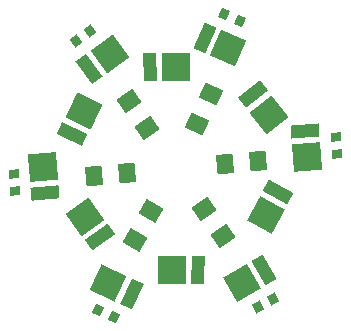
<source format=gtp>
G04*
G04 #@! TF.GenerationSoftware,Altium Limited,Altium Designer,23.5.1 (21)*
G04*
G04 Layer_Color=8421504*
%FSLAX44Y44*%
%MOMM*%
G71*
G04*
G04 #@! TF.SameCoordinates,F507A0DE-0196-4A71-86C9-71FBE13DDA2A*
G04*
G04*
G04 #@! TF.FilePolarity,Positive*
G04*
G01*
G75*
G04:AMPARAMS|DCode=15|XSize=0.75mm|YSize=0.85mm|CornerRadius=0mm|HoleSize=0mm|Usage=FLASHONLY|Rotation=208.504|XOffset=0mm|YOffset=0mm|HoleType=Round|Shape=Rectangle|*
%AMROTATEDRECTD15*
4,1,4,0.1267,0.5524,0.5324,-0.1945,-0.1267,-0.5524,-0.5324,0.1945,0.1267,0.5524,0.0*
%
%ADD15ROTATEDRECTD15*%

G04:AMPARAMS|DCode=16|XSize=2.33mm|YSize=2.38mm|CornerRadius=0mm|HoleSize=0mm|Usage=FLASHONLY|Rotation=210.000|XOffset=0mm|YOffset=0mm|HoleType=Round|Shape=Rectangle|*
%AMROTATEDRECTD16*
4,1,4,0.4139,1.6131,1.6039,-0.4481,-0.4139,-1.6131,-1.6039,0.4481,0.4139,1.6131,0.0*
%
%ADD16ROTATEDRECTD16*%

G04:AMPARAMS|DCode=17|XSize=1.1mm|YSize=2.38mm|CornerRadius=0mm|HoleSize=0mm|Usage=FLASHONLY|Rotation=210.000|XOffset=0mm|YOffset=0mm|HoleType=Round|Shape=Rectangle|*
%AMROTATEDRECTD17*
4,1,4,-0.1187,1.3056,1.0713,-0.7556,0.1187,-1.3056,-1.0713,0.7556,-0.1187,1.3056,0.0*
%
%ADD17ROTATEDRECTD17*%

G04:AMPARAMS|DCode=18|XSize=2.33mm|YSize=2.38mm|CornerRadius=0mm|HoleSize=0mm|Usage=FLASHONLY|Rotation=179.892|XOffset=0mm|YOffset=0mm|HoleType=Round|Shape=Rectangle|*
%AMROTATEDRECTD18*
4,1,4,1.1672,1.1878,1.1628,-1.1922,-1.1672,-1.1878,-1.1628,1.1922,1.1672,1.1878,0.0*
%
%ADD18ROTATEDRECTD18*%

G04:AMPARAMS|DCode=19|XSize=1.1mm|YSize=2.38mm|CornerRadius=0mm|HoleSize=0mm|Usage=FLASHONLY|Rotation=179.892|XOffset=0mm|YOffset=0mm|HoleType=Round|Shape=Rectangle|*
%AMROTATEDRECTD19*
4,1,4,0.5522,1.1890,0.5478,-1.1910,-0.5522,-1.1890,-0.5478,1.1910,0.5522,1.1890,0.0*
%
%ADD19ROTATEDRECTD19*%

G04:AMPARAMS|DCode=20|XSize=2.33mm|YSize=2.38mm|CornerRadius=0mm|HoleSize=0mm|Usage=FLASHONLY|Rotation=155.000|XOffset=0mm|YOffset=0mm|HoleType=Round|Shape=Rectangle|*
%AMROTATEDRECTD20*
4,1,4,1.5588,0.5862,0.5529,-1.5709,-1.5588,-0.5862,-0.5529,1.5709,1.5588,0.5862,0.0*
%
%ADD20ROTATEDRECTD20*%

G04:AMPARAMS|DCode=21|XSize=1.1mm|YSize=2.38mm|CornerRadius=0mm|HoleSize=0mm|Usage=FLASHONLY|Rotation=155.000|XOffset=0mm|YOffset=0mm|HoleType=Round|Shape=Rectangle|*
%AMROTATEDRECTD21*
4,1,4,1.0014,0.8461,-0.0045,-1.3110,-1.0014,-0.8461,0.0045,1.3110,1.0014,0.8461,0.0*
%
%ADD21ROTATEDRECTD21*%

G04:AMPARAMS|DCode=22|XSize=0.75mm|YSize=0.85mm|CornerRadius=0mm|HoleSize=0mm|Usage=FLASHONLY|Rotation=156.138|XOffset=0mm|YOffset=0mm|HoleType=Round|Shape=Rectangle|*
%AMROTATEDRECTD22*
4,1,4,0.5149,0.2370,0.1710,-0.5404,-0.5149,-0.2370,-0.1710,0.5404,0.5149,0.2370,0.0*
%
%ADD22ROTATEDRECTD22*%

G04:AMPARAMS|DCode=23|XSize=0.75mm|YSize=0.85mm|CornerRadius=0mm|HoleSize=0mm|Usage=FLASHONLY|Rotation=336.629|XOffset=0mm|YOffset=0mm|HoleType=Round|Shape=Rectangle|*
%AMROTATEDRECTD23*
4,1,4,-0.5128,-0.2414,-0.1756,0.5389,0.5128,0.2414,0.1756,-0.5389,-0.5128,-0.2414,0.0*
%
%ADD23ROTATEDRECTD23*%

G04:AMPARAMS|DCode=24|XSize=2.33mm|YSize=2.38mm|CornerRadius=0mm|HoleSize=0mm|Usage=FLASHONLY|Rotation=336.148|XOffset=0mm|YOffset=0mm|HoleType=Round|Shape=Rectangle|*
%AMROTATEDRECTD24*
4,1,4,-1.5467,-0.6173,-0.5843,1.5595,1.5467,0.6173,0.5843,-1.5595,-1.5467,-0.6173,0.0*
%
%ADD24ROTATEDRECTD24*%

G04:AMPARAMS|DCode=25|XSize=1.1mm|YSize=2.38mm|CornerRadius=0mm|HoleSize=0mm|Usage=FLASHONLY|Rotation=336.148|XOffset=0mm|YOffset=0mm|HoleType=Round|Shape=Rectangle|*
%AMROTATEDRECTD25*
4,1,4,-0.9842,-0.8660,-0.0218,1.3108,0.9842,0.8660,0.0218,-1.3108,-0.9842,-0.8660,0.0*
%
%ADD25ROTATEDRECTD25*%

G04:AMPARAMS|DCode=26|XSize=2.33mm|YSize=2.38mm|CornerRadius=0mm|HoleSize=0mm|Usage=FLASHONLY|Rotation=308.271|XOffset=0mm|YOffset=0mm|HoleType=Round|Shape=Rectangle|*
%AMROTATEDRECTD26*
4,1,4,-1.6558,0.1776,0.2127,1.6517,1.6558,-0.1776,-0.2127,-1.6517,-1.6558,0.1776,0.0*
%
%ADD26ROTATEDRECTD26*%

G04:AMPARAMS|DCode=27|XSize=1.1mm|YSize=2.38mm|CornerRadius=0mm|HoleSize=0mm|Usage=FLASHONLY|Rotation=308.271|XOffset=0mm|YOffset=0mm|HoleType=Round|Shape=Rectangle|*
%AMROTATEDRECTD27*
4,1,4,-1.2749,-0.3053,0.5936,1.1689,1.2749,0.3053,-0.5936,-1.1689,-1.2749,-0.3053,0.0*
%
%ADD27ROTATEDRECTD27*%

G04:AMPARAMS|DCode=28|XSize=0.75mm|YSize=0.85mm|CornerRadius=0mm|HoleSize=0mm|Usage=FLASHONLY|Rotation=272.963|XOffset=0mm|YOffset=0mm|HoleType=Round|Shape=Rectangle|*
%AMROTATEDRECTD28*
4,1,4,-0.4438,0.3525,0.4051,0.3965,0.4438,-0.3525,-0.4051,-0.3965,-0.4438,0.3525,0.0*
%
%ADD28ROTATEDRECTD28*%

G04:AMPARAMS|DCode=29|XSize=2.33mm|YSize=2.38mm|CornerRadius=0mm|HoleSize=0mm|Usage=FLASHONLY|Rotation=274.296|XOffset=0mm|YOffset=0mm|HoleType=Round|Shape=Rectangle|*
%AMROTATEDRECTD29*
4,1,4,-1.2739,1.0726,1.0994,1.2509,1.2739,-1.0726,-1.0994,-1.2509,-1.2739,1.0726,0.0*
%
%ADD29ROTATEDRECTD29*%

G04:AMPARAMS|DCode=30|XSize=1.1mm|YSize=2.38mm|CornerRadius=0mm|HoleSize=0mm|Usage=FLASHONLY|Rotation=274.296|XOffset=0mm|YOffset=0mm|HoleType=Round|Shape=Rectangle|*
%AMROTATEDRECTD30*
4,1,4,-1.2279,0.4593,1.1455,0.6376,1.2279,-0.4593,-1.1455,-0.6376,-1.2279,0.4593,0.0*
%
%ADD30ROTATEDRECTD30*%

G04:AMPARAMS|DCode=31|XSize=2.33mm|YSize=2.38mm|CornerRadius=0mm|HoleSize=0mm|Usage=FLASHONLY|Rotation=241.269|XOffset=0mm|YOffset=0mm|HoleType=Round|Shape=Rectangle|*
%AMROTATEDRECTD31*
4,1,4,-0.4835,1.5936,1.6035,0.4496,0.4835,-1.5936,-1.6035,-0.4496,-0.4835,1.5936,0.0*
%
%ADD31ROTATEDRECTD31*%

G04:AMPARAMS|DCode=32|XSize=1.1mm|YSize=2.38mm|CornerRadius=0mm|HoleSize=0mm|Usage=FLASHONLY|Rotation=241.269|XOffset=0mm|YOffset=0mm|HoleType=Round|Shape=Rectangle|*
%AMROTATEDRECTD32*
4,1,4,-0.7791,1.0543,1.3079,-0.0897,0.7791,-1.0543,-1.3079,0.0897,-0.7791,1.0543,0.0*
%
%ADD32ROTATEDRECTD32*%

G04:AMPARAMS|DCode=33|XSize=2.33mm|YSize=2.38mm|CornerRadius=0mm|HoleSize=0mm|Usage=FLASHONLY|Rotation=1.085|XOffset=0mm|YOffset=0mm|HoleType=Round|Shape=Rectangle|*
%AMROTATEDRECTD33*
4,1,4,-1.1423,-1.2119,-1.1873,1.1677,1.1423,1.2119,1.1873,-1.1677,-1.1423,-1.2119,0.0*
%
%ADD33ROTATEDRECTD33*%

G04:AMPARAMS|DCode=34|XSize=1.1mm|YSize=2.38mm|CornerRadius=0mm|HoleSize=0mm|Usage=FLASHONLY|Rotation=1.085|XOffset=0mm|YOffset=0mm|HoleType=Round|Shape=Rectangle|*
%AMROTATEDRECTD34*
4,1,4,-0.5274,-1.2002,-0.5724,1.1794,0.5274,1.2002,0.5724,-1.1794,-0.5274,-1.2002,0.0*
%
%ADD34ROTATEDRECTD34*%

G04:AMPARAMS|DCode=35|XSize=0.75mm|YSize=0.85mm|CornerRadius=0mm|HoleSize=0mm|Usage=FLASHONLY|Rotation=36.135|XOffset=0mm|YOffset=0mm|HoleType=Round|Shape=Rectangle|*
%AMROTATEDRECTD35*
4,1,4,-0.0522,-0.5644,-0.5535,0.1221,0.0522,0.5644,0.5535,-0.1221,-0.0522,-0.5644,0.0*
%
%ADD35ROTATEDRECTD35*%

G04:AMPARAMS|DCode=36|XSize=2.33mm|YSize=2.38mm|CornerRadius=0mm|HoleSize=0mm|Usage=FLASHONLY|Rotation=36.159|XOffset=0mm|YOffset=0mm|HoleType=Round|Shape=Rectangle|*
%AMROTATEDRECTD36*
4,1,4,-0.2385,-1.6482,-1.6427,0.2734,0.2385,1.6482,1.6427,-0.2734,-0.2385,-1.6482,0.0*
%
%ADD36ROTATEDRECTD36*%

G04:AMPARAMS|DCode=37|XSize=1.1mm|YSize=2.38mm|CornerRadius=0mm|HoleSize=0mm|Usage=FLASHONLY|Rotation=36.159|XOffset=0mm|YOffset=0mm|HoleType=Round|Shape=Rectangle|*
%AMROTATEDRECTD37*
4,1,4,0.2581,-1.2853,-1.1462,0.6363,-0.2581,1.2853,1.1462,-0.6363,0.2581,-1.2853,0.0*
%
%ADD37ROTATEDRECTD37*%

G04:AMPARAMS|DCode=38|XSize=2.33mm|YSize=2.38mm|CornerRadius=0mm|HoleSize=0mm|Usage=FLASHONLY|Rotation=63.973|XOffset=0mm|YOffset=0mm|HoleType=Round|Shape=Rectangle|*
%AMROTATEDRECTD38*
4,1,4,0.5581,-1.5690,-1.5805,-0.5247,-0.5581,1.5690,1.5805,0.5247,0.5581,-1.5690,0.0*
%
%ADD38ROTATEDRECTD38*%

G04:AMPARAMS|DCode=39|XSize=1.1mm|YSize=2.38mm|CornerRadius=0mm|HoleSize=0mm|Usage=FLASHONLY|Rotation=63.973|XOffset=0mm|YOffset=0mm|HoleType=Round|Shape=Rectangle|*
%AMROTATEDRECTD39*
4,1,4,0.8280,-1.0164,-1.3107,0.0279,-0.8280,1.0164,1.3107,-0.0279,0.8280,-1.0164,0.0*
%
%ADD39ROTATEDRECTD39*%

G04:AMPARAMS|DCode=40|XSize=2.33mm|YSize=2.38mm|CornerRadius=0mm|HoleSize=0mm|Usage=FLASHONLY|Rotation=95.000|XOffset=0mm|YOffset=0mm|HoleType=Round|Shape=Rectangle|*
%AMROTATEDRECTD40*
4,1,4,1.2870,-1.0569,-1.0839,-1.2643,-1.2870,1.0569,1.0839,1.2643,1.2870,-1.0569,0.0*
%
%ADD40ROTATEDRECTD40*%

G04:AMPARAMS|DCode=41|XSize=1.1mm|YSize=2.38mm|CornerRadius=0mm|HoleSize=0mm|Usage=FLASHONLY|Rotation=95.000|XOffset=0mm|YOffset=0mm|HoleType=Round|Shape=Rectangle|*
%AMROTATEDRECTD41*
4,1,4,1.2334,-0.4442,-1.1375,-0.6516,-1.2334,0.4442,1.1375,0.6516,1.2334,-0.4442,0.0*
%
%ADD41ROTATEDRECTD41*%

G04:AMPARAMS|DCode=42|XSize=0.75mm|YSize=0.85mm|CornerRadius=0mm|HoleSize=0mm|Usage=FLASHONLY|Rotation=95.000|XOffset=0mm|YOffset=0mm|HoleType=Round|Shape=Rectangle|*
%AMROTATEDRECTD42*
4,1,4,0.4561,-0.3365,-0.3907,-0.4106,-0.4561,0.3365,0.3907,0.4106,0.4561,-0.3365,0.0*
%
%ADD42ROTATEDRECTD42*%

G04:AMPARAMS|DCode=43|XSize=2.33mm|YSize=2.38mm|CornerRadius=0mm|HoleSize=0mm|Usage=FLASHONLY|Rotation=125.273|XOffset=0mm|YOffset=0mm|HoleType=Round|Shape=Rectangle|*
%AMROTATEDRECTD43*
4,1,4,1.6443,-0.2639,-0.2988,-1.6383,-1.6443,0.2639,0.2988,1.6383,1.6443,-0.2639,0.0*
%
%ADD43ROTATEDRECTD43*%

G04:AMPARAMS|DCode=44|XSize=1.1mm|YSize=2.38mm|CornerRadius=0mm|HoleSize=0mm|Usage=FLASHONLY|Rotation=125.273|XOffset=0mm|YOffset=0mm|HoleType=Round|Shape=Rectangle|*
%AMROTATEDRECTD44*
4,1,4,1.2891,0.2382,-0.6539,-1.1362,-1.2891,-0.2382,0.6539,1.1362,1.2891,0.2382,0.0*
%
%ADD44ROTATEDRECTD44*%

G04:AMPARAMS|DCode=45|XSize=1.4mm|YSize=1.65mm|CornerRadius=0mm|HoleSize=0mm|Usage=FLASHONLY|Rotation=185.000|XOffset=0mm|YOffset=0mm|HoleType=Round|Shape=Rectangle|*
%AMROTATEDRECTD45*
4,1,4,0.6254,0.8829,0.7692,-0.7609,-0.6254,-0.8829,-0.7692,0.7609,0.6254,0.8829,0.0*
%
%ADD45ROTATEDRECTD45*%

G04:AMPARAMS|DCode=46|XSize=1.4mm|YSize=1.65mm|CornerRadius=0mm|HoleSize=0mm|Usage=FLASHONLY|Rotation=125.000|XOffset=0mm|YOffset=0mm|HoleType=Round|Shape=Rectangle|*
%AMROTATEDRECTD46*
4,1,4,1.0773,-0.1002,-0.2743,-1.0466,-1.0773,0.1002,0.2743,1.0466,1.0773,-0.1002,0.0*
%
%ADD46ROTATEDRECTD46*%

G04:AMPARAMS|DCode=47|XSize=1.4mm|YSize=1.65mm|CornerRadius=0mm|HoleSize=0mm|Usage=FLASHONLY|Rotation=65.000|XOffset=0mm|YOffset=0mm|HoleType=Round|Shape=Rectangle|*
%AMROTATEDRECTD47*
4,1,4,0.4519,-0.9831,-1.0435,-0.2858,-0.4519,0.9831,1.0435,0.2858,0.4519,-0.9831,0.0*
%
%ADD47ROTATEDRECTD47*%

G04:AMPARAMS|DCode=48|XSize=1.4mm|YSize=1.65mm|CornerRadius=0mm|HoleSize=0mm|Usage=FLASHONLY|Rotation=240.000|XOffset=0mm|YOffset=0mm|HoleType=Round|Shape=Rectangle|*
%AMROTATEDRECTD48*
4,1,4,-0.3645,1.0187,1.0645,0.1937,0.3645,-1.0187,-1.0645,-0.1937,-0.3645,1.0187,0.0*
%
%ADD48ROTATEDRECTD48*%

D15*
X69138Y-117364D02*
D03*
X81880Y-110444D02*
D03*
D16*
X55880Y-96787D02*
D03*
D17*
X74716Y-85912D02*
D03*
D18*
X-3348Y-86011D02*
D03*
D19*
X18402Y-86052D02*
D03*
D20*
X-57088Y-96693D02*
D03*
D21*
X-37376Y-105885D02*
D03*
D22*
X-65730Y-119621D02*
D03*
X-52469Y-125487D02*
D03*
D23*
X54171Y125259D02*
D03*
X40861Y131011D02*
D03*
D24*
X44450Y101867D02*
D03*
D25*
X24558Y110662D02*
D03*
D26*
X79189Y45720D02*
D03*
D27*
X65718Y62796D02*
D03*
D28*
X136638Y11954D02*
D03*
X135889Y26435D02*
D03*
D29*
X111335Y9740D02*
D03*
D30*
X109705Y31430D02*
D03*
D31*
X75924Y-39073D02*
D03*
D32*
X86379Y-20001D02*
D03*
D33*
X0Y86360D02*
D03*
D34*
X-21746Y85948D02*
D03*
D35*
X-72817Y116630D02*
D03*
X-84527Y108080D02*
D03*
D36*
X-55880Y96787D02*
D03*
D37*
X-73441Y83954D02*
D03*
D38*
X-78101Y48416D02*
D03*
D39*
X-87644Y28872D02*
D03*
D40*
X-112283Y1093D02*
D03*
D41*
X-110387Y-20574D02*
D03*
D42*
X-137262Y-4824D02*
D03*
X-135999Y-19269D02*
D03*
D43*
X-77022Y-40656D02*
D03*
D44*
X-64462Y-58413D02*
D03*
D45*
X-41721Y-3650D02*
D03*
X-69614Y-6090D02*
D03*
X41721Y3650D02*
D03*
X69614Y6091D02*
D03*
D46*
X-24021Y34306D02*
D03*
X-40082Y57242D02*
D03*
X24021Y-34306D02*
D03*
X40082Y-57242D02*
D03*
D47*
X17699Y37956D02*
D03*
X29533Y63333D02*
D03*
D48*
X-20940Y-36269D02*
D03*
X-34940Y-60518D02*
D03*
M02*

</source>
